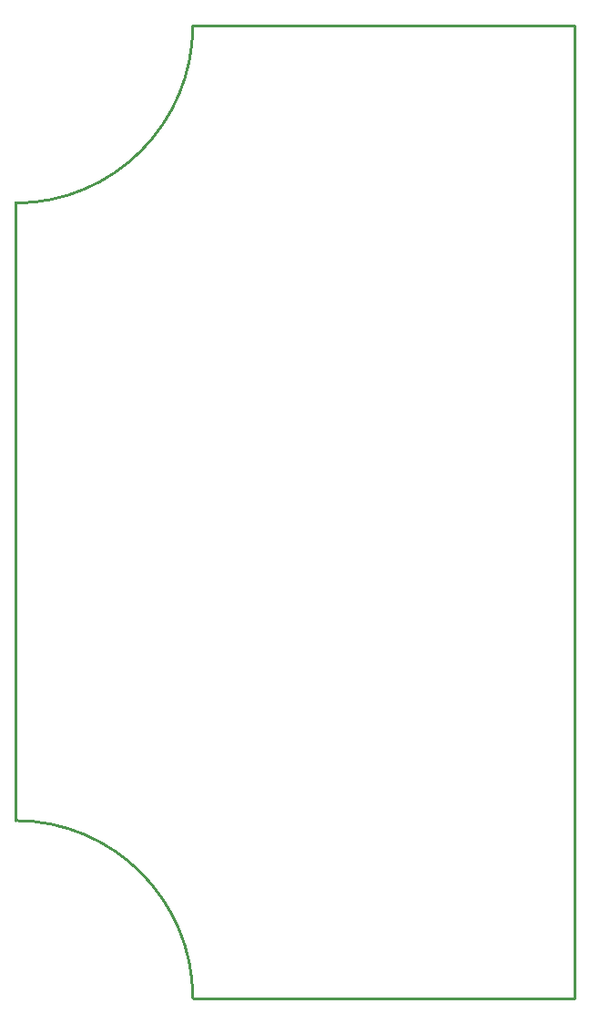
<source format=gm1>
%FSLAX24Y24*%
%MOIN*%
G70*
G01*
G75*
%ADD10C,0.0100*%
%ADD11R,0.0394X0.0433*%
%ADD12R,0.0374X0.0354*%
%ADD13R,0.0630X0.0335*%
%ADD14R,0.0315X0.0118*%
%ADD15R,0.0118X0.0315*%
%ADD16R,0.0571X0.0217*%
%ADD17R,0.0236X0.0787*%
%ADD18R,0.0118X0.0787*%
%ADD19R,0.0591X0.0512*%
%ADD20R,0.0354X0.0374*%
%ADD21R,0.0354X0.0374*%
%ADD22R,0.1063X0.0630*%
%ADD23R,0.0433X0.0394*%
%ADD24R,0.0315X0.0630*%
%ADD25R,0.0709X0.0630*%
%ADD26R,0.0433X0.0394*%
%ADD27R,0.0940X0.1000*%
%ADD28R,0.1300X0.1600*%
%ADD29R,0.6693X0.2500*%
%ADD30R,0.0787X0.0787*%
%ADD31R,0.0236X0.0866*%
%ADD32R,0.0236X0.0866*%
%ADD33R,0.0709X0.1063*%
%ADD34R,0.0394X0.0433*%
%ADD35R,0.0374X0.0354*%
%ADD36R,0.0630X0.0709*%
%ADD37C,0.0400*%
%ADD38C,0.0300*%
%ADD39C,0.0200*%
%ADD40C,0.0500*%
%ADD41C,0.0591*%
%ADD42R,0.0591X0.0591*%
%ADD43C,0.1181*%
%ADD44C,0.1181*%
%ADD45C,0.1575*%
%ADD46C,0.0394*%
%ADD47C,0.0394*%
%ADD48R,0.0315X0.0315*%
%ADD49C,0.0098*%
%ADD50C,0.0079*%
%ADD51C,0.0080*%
%ADD52R,0.0474X0.0513*%
%ADD53R,0.0454X0.0434*%
%ADD54R,0.0710X0.0415*%
%ADD55R,0.0395X0.0198*%
%ADD56R,0.0198X0.0395*%
%ADD57R,0.0651X0.0297*%
%ADD58R,0.0316X0.0867*%
%ADD59R,0.0198X0.0867*%
%ADD60R,0.0671X0.0592*%
%ADD61R,0.0434X0.0454*%
%ADD62R,0.0434X0.0454*%
%ADD63R,0.1143X0.0710*%
%ADD64R,0.0513X0.0474*%
%ADD65R,0.0395X0.0710*%
%ADD66R,0.0789X0.0710*%
%ADD67R,0.0513X0.0474*%
%ADD68R,0.1020X0.1080*%
%ADD69R,0.1380X0.1680*%
%ADD70R,0.6773X0.2580*%
%ADD71R,0.0867X0.0867*%
%ADD72R,0.0316X0.0946*%
%ADD73R,0.0316X0.0946*%
%ADD74R,0.0789X0.1143*%
%ADD75R,0.0474X0.0513*%
%ADD76R,0.0454X0.0434*%
%ADD77R,0.0710X0.0789*%
%ADD78C,0.0671*%
%ADD79R,0.0671X0.0671*%
%ADD80C,0.1261*%
%ADD81C,0.1261*%
%ADD82C,0.1655*%
%ADD83C,0.0474*%
%ADD84C,0.0474*%
%ADD85R,0.0395X0.0395*%
D10*
X6524Y-35600D02*
G03*
X28Y-29104I-6496J0D01*
G01*
Y-6533D02*
G03*
X6524Y-37I0J6496D01*
G01*
X20500D01*
X28Y-29104D02*
Y-6533D01*
X6524Y-35600D02*
X20500D01*
Y-37D01*
M02*

</source>
